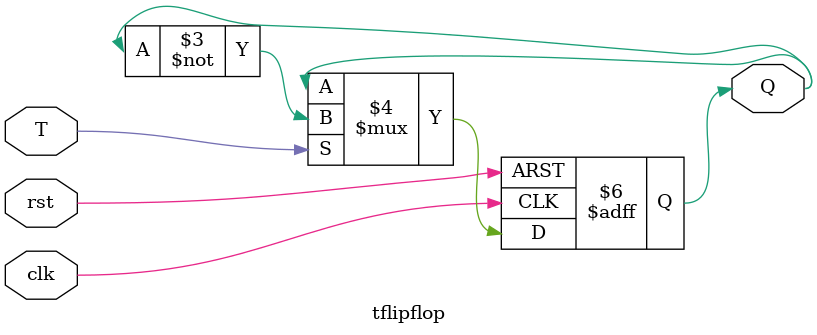
<source format=v>
`timescale 1ns / 1ps
module tflipflop(clk, rst, T, Q);
input T, clk, rst;
output reg Q;

always @(posedge clk or negedge rst) begin
if (!rst)
   Q <= 1'b0;
else if(T)
   Q <= ~Q;
end
endmodule

</source>
